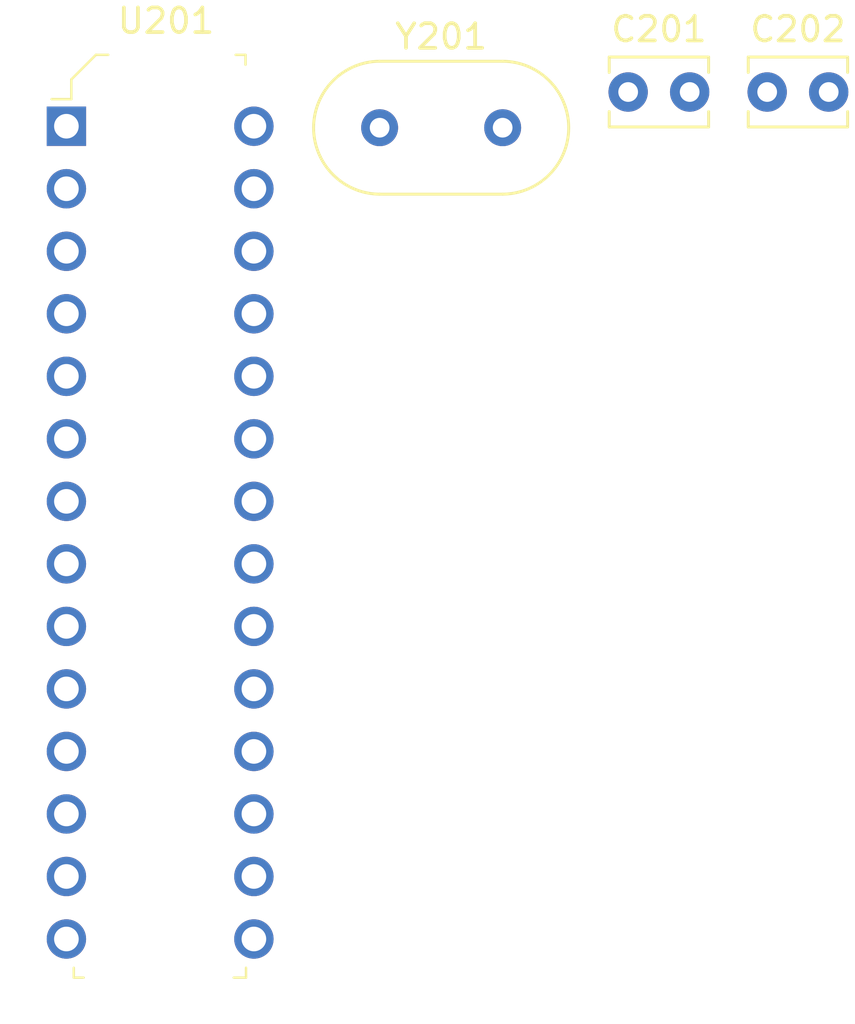
<source format=kicad_pcb>
(kicad_pcb (version 20171130) (host pcbnew "(5.1.10)-1")

  (general
    (thickness 1.6)
    (drawings 0)
    (tracks 0)
    (zones 0)
    (modules 4)
    (nets 27)
  )

  (page A4)
  (layers
    (0 F.Cu signal)
    (31 B.Cu signal)
    (32 B.Adhes user)
    (33 F.Adhes user)
    (34 B.Paste user)
    (35 F.Paste user)
    (36 B.SilkS user)
    (37 F.SilkS user)
    (38 B.Mask user)
    (39 F.Mask user)
    (40 Dwgs.User user)
    (41 Cmts.User user)
    (42 Eco1.User user)
    (43 Eco2.User user)
    (44 Edge.Cuts user)
    (45 Margin user)
    (46 B.CrtYd user)
    (47 F.CrtYd user)
    (48 B.Fab user)
    (49 F.Fab user)
  )

  (setup
    (last_trace_width 0.25)
    (trace_clearance 0.2)
    (zone_clearance 0.508)
    (zone_45_only no)
    (trace_min 0.2)
    (via_size 0.8)
    (via_drill 0.4)
    (via_min_size 0.4)
    (via_min_drill 0.3)
    (uvia_size 0.3)
    (uvia_drill 0.1)
    (uvias_allowed no)
    (uvia_min_size 0.2)
    (uvia_min_drill 0.1)
    (edge_width 0.05)
    (segment_width 0.2)
    (pcb_text_width 0.3)
    (pcb_text_size 1.5 1.5)
    (mod_edge_width 0.12)
    (mod_text_size 1 1)
    (mod_text_width 0.15)
    (pad_size 1.524 1.524)
    (pad_drill 0.762)
    (pad_to_mask_clearance 0)
    (aux_axis_origin 0 0)
    (visible_elements FFFFFF7F)
    (pcbplotparams
      (layerselection 0x010fc_ffffffff)
      (usegerberextensions false)
      (usegerberattributes true)
      (usegerberadvancedattributes true)
      (creategerberjobfile true)
      (excludeedgelayer true)
      (linewidth 0.100000)
      (plotframeref false)
      (viasonmask false)
      (mode 1)
      (useauxorigin false)
      (hpglpennumber 1)
      (hpglpenspeed 20)
      (hpglpendiameter 15.000000)
      (psnegative false)
      (psa4output false)
      (plotreference true)
      (plotvalue true)
      (plotinvisibletext false)
      (padsonsilk false)
      (subtractmaskfromsilk false)
      (outputformat 1)
      (mirror false)
      (drillshape 1)
      (scaleselection 1)
      (outputdirectory ""))
  )

  (net 0 "")
  (net 1 GND)
  (net 2 /Microcontroller/Crystal1)
  (net 3 /Microcontroller/Crystal2)
  (net 4 "Net-(U201-Pad28)")
  (net 5 "Net-(U201-Pad27)")
  (net 6 "Net-(U201-Pad26)")
  (net 7 "Net-(U201-Pad25)")
  (net 8 "Net-(U201-Pad24)")
  (net 9 "Net-(U201-Pad23)")
  (net 10 "Net-(U201-Pad21)")
  (net 11 +5V)
  (net 12 "Net-(U201-Pad19)")
  (net 13 "Net-(U201-Pad18)")
  (net 14 "Net-(U201-Pad17)")
  (net 15 "Net-(U201-Pad16)")
  (net 16 "Net-(U201-Pad15)")
  (net 17 "Net-(U201-Pad14)")
  (net 18 "Net-(U201-Pad13)")
  (net 19 "Net-(U201-Pad12)")
  (net 20 "Net-(U201-Pad11)")
  (net 21 "Net-(U201-Pad6)")
  (net 22 "Net-(U201-Pad5)")
  (net 23 "Net-(U201-Pad4)")
  (net 24 "Net-(U201-Pad3)")
  (net 25 "Net-(U201-Pad2)")
  (net 26 "Net-(U201-Pad1)")

  (net_class Default "This is the default net class."
    (clearance 0.2)
    (trace_width 0.25)
    (via_dia 0.8)
    (via_drill 0.4)
    (uvia_dia 0.3)
    (uvia_drill 0.1)
    (add_net +5V)
    (add_net /Microcontroller/Crystal1)
    (add_net /Microcontroller/Crystal2)
    (add_net GND)
    (add_net "Net-(U201-Pad1)")
    (add_net "Net-(U201-Pad11)")
    (add_net "Net-(U201-Pad12)")
    (add_net "Net-(U201-Pad13)")
    (add_net "Net-(U201-Pad14)")
    (add_net "Net-(U201-Pad15)")
    (add_net "Net-(U201-Pad16)")
    (add_net "Net-(U201-Pad17)")
    (add_net "Net-(U201-Pad18)")
    (add_net "Net-(U201-Pad19)")
    (add_net "Net-(U201-Pad2)")
    (add_net "Net-(U201-Pad21)")
    (add_net "Net-(U201-Pad23)")
    (add_net "Net-(U201-Pad24)")
    (add_net "Net-(U201-Pad25)")
    (add_net "Net-(U201-Pad26)")
    (add_net "Net-(U201-Pad27)")
    (add_net "Net-(U201-Pad28)")
    (add_net "Net-(U201-Pad3)")
    (add_net "Net-(U201-Pad4)")
    (add_net "Net-(U201-Pad5)")
    (add_net "Net-(U201-Pad6)")
  )

  (module Crystal:Resonator-2Pin_W10.0mm_H5.0mm (layer F.Cu) (tedit 5A0FD1B2) (tstamp 61B5845B)
    (at 132.9 66.45)
    (descr "Ceramic Resomator/Filter 10.0x5.0 RedFrequency MG/MT/MX series, http://www.red-frequency.com/download/datenblatt/redfrequency-datenblatt-ir-zta.pdf, length*width=10.0x5.0mm^2 package, package length=10.0mm, package width=5.0mm, 2 pins")
    (tags "THT ceramic resonator filter")
    (path /61B56955/61B5D0B0)
    (fp_text reference Y201 (at 2.5 -3.7) (layer F.SilkS)
      (effects (font (size 1 1) (thickness 0.15)))
    )
    (fp_text value 16MHz (at 2.5 3.7) (layer F.Fab)
      (effects (font (size 1 1) (thickness 0.15)))
    )
    (fp_arc (start 5 0) (end 5 -2.7) (angle 180) (layer F.SilkS) (width 0.12))
    (fp_arc (start 0 0) (end 0 -2.7) (angle -180) (layer F.SilkS) (width 0.12))
    (fp_arc (start 5 0) (end 5 -2.5) (angle 180) (layer F.Fab) (width 0.1))
    (fp_arc (start 0 0) (end 0 -2.5) (angle -180) (layer F.Fab) (width 0.1))
    (fp_arc (start 5 0) (end 5 -2.5) (angle 180) (layer F.Fab) (width 0.1))
    (fp_arc (start 0 0) (end 0 -2.5) (angle -180) (layer F.Fab) (width 0.1))
    (fp_text user %R (at 2.5 0) (layer F.Fab)
      (effects (font (size 1 1) (thickness 0.15)))
    )
    (fp_line (start 0 -2.5) (end 5 -2.5) (layer F.Fab) (width 0.1))
    (fp_line (start 0 2.5) (end 5 2.5) (layer F.Fab) (width 0.1))
    (fp_line (start 0 -2.5) (end 5 -2.5) (layer F.Fab) (width 0.1))
    (fp_line (start 0 2.5) (end 5 2.5) (layer F.Fab) (width 0.1))
    (fp_line (start 0 -2.7) (end 5 -2.7) (layer F.SilkS) (width 0.12))
    (fp_line (start 0 2.7) (end 5 2.7) (layer F.SilkS) (width 0.12))
    (fp_line (start -3 -3) (end -3 3) (layer F.CrtYd) (width 0.05))
    (fp_line (start -3 3) (end 8 3) (layer F.CrtYd) (width 0.05))
    (fp_line (start 8 3) (end 8 -3) (layer F.CrtYd) (width 0.05))
    (fp_line (start 8 -3) (end -3 -3) (layer F.CrtYd) (width 0.05))
    (pad 2 thru_hole circle (at 5 0) (size 1.5 1.5) (drill 0.8) (layers *.Cu *.Mask)
      (net 3 /Microcontroller/Crystal2))
    (pad 1 thru_hole circle (at 0 0) (size 1.5 1.5) (drill 0.8) (layers *.Cu *.Mask)
      (net 2 /Microcontroller/Crystal1))
    (model ${KICAD6_3DMODEL_DIR}/Crystal.3dshapes/Resonator-2Pin_W10.0mm_H5.0mm.wrl
      (at (xyz 0 0 0))
      (scale (xyz 1 1 1))
      (rotate (xyz 0 0 0))
    )
  )

  (module digikey-footprints:DIP-28_W7.62mm (layer F.Cu) (tedit 59C2773E) (tstamp 61B58444)
    (at 120.17 66.39)
    (descr http://www.digikey.com/products/en?formaction=on&lang=en&site=us&KeyWords=296-1956-5-ND)
    (path /61B56955/61B56E08)
    (fp_text reference U201 (at 4.05 -4.28) (layer F.SilkS)
      (effects (font (size 1 1) (thickness 0.15)))
    )
    (fp_text value ATMEGA328P-PU (at 3.76 35.65) (layer F.Fab)
      (effects (font (size 1 1) (thickness 0.15)))
    )
    (fp_text user REF** (at 3.63 12.31) (layer F.Fab)
      (effects (font (size 1 1) (thickness 0.1)))
    )
    (fp_line (start 7.3 34.19) (end 7.3 34.59) (layer F.SilkS) (width 0.1))
    (fp_line (start 7.3 34.59) (end 6.8 34.59) (layer F.SilkS) (width 0.1))
    (fp_line (start 0.3 34.19) (end 0.3 34.59) (layer F.SilkS) (width 0.1))
    (fp_line (start 0.3 34.59) (end 0.7 34.59) (layer F.SilkS) (width 0.1))
    (fp_line (start -1.05 34.65) (end 8.68 34.65) (layer F.CrtYd) (width 0.05))
    (fp_line (start -1.05 -2.94) (end 8.67 -2.94) (layer F.CrtYd) (width 0.05))
    (fp_line (start 8.67 -2.94) (end 8.68 34.65) (layer F.CrtYd) (width 0.05))
    (fp_line (start -1.05 -2.94) (end -1.05 34.65) (layer F.CrtYd) (width 0.05))
    (fp_line (start 0.2 -1.1) (end -0.6 -1.1) (layer F.SilkS) (width 0.1))
    (fp_line (start 1.7 -2.9) (end 1.2 -2.9) (layer F.SilkS) (width 0.1))
    (fp_line (start 1.2 -2.9) (end 0.2 -1.9) (layer F.SilkS) (width 0.1))
    (fp_line (start 0.2 -1.9) (end 0.2 -1.1) (layer F.SilkS) (width 0.1))
    (fp_line (start 0.48 34.4) (end 7.08 34.4) (layer F.Fab) (width 0.1))
    (fp_line (start 7.28 -2.5) (end 7.28 -2.9) (layer F.SilkS) (width 0.1))
    (fp_line (start 7.28 -2.9) (end 6.88 -2.9) (layer F.SilkS) (width 0.1))
    (fp_line (start 0.48 -1.79) (end 0.48 34.4) (layer F.Fab) (width 0.1))
    (fp_line (start 1.38 -2.69) (end 7.08 -2.69) (layer F.Fab) (width 0.1))
    (fp_line (start 0.48 -1.79) (end 1.38 -2.69) (layer F.Fab) (width 0.1))
    (fp_line (start 7.08 -2.69) (end 7.08 34.4) (layer F.Fab) (width 0.1))
    (pad 28 thru_hole circle (at 7.62 0) (size 1.6 1.6) (drill 1) (layers *.Cu *.Mask)
      (net 4 "Net-(U201-Pad28)"))
    (pad 27 thru_hole circle (at 7.62 2.54) (size 1.6 1.6) (drill 1) (layers *.Cu *.Mask)
      (net 5 "Net-(U201-Pad27)"))
    (pad 26 thru_hole circle (at 7.62 5.08) (size 1.6 1.6) (drill 1) (layers *.Cu *.Mask)
      (net 6 "Net-(U201-Pad26)"))
    (pad 25 thru_hole circle (at 7.62 7.62) (size 1.6 1.6) (drill 1) (layers *.Cu *.Mask)
      (net 7 "Net-(U201-Pad25)"))
    (pad 24 thru_hole circle (at 7.62 10.16) (size 1.6 1.6) (drill 1) (layers *.Cu *.Mask)
      (net 8 "Net-(U201-Pad24)"))
    (pad 23 thru_hole circle (at 7.62 12.7) (size 1.6 1.6) (drill 1) (layers *.Cu *.Mask)
      (net 9 "Net-(U201-Pad23)"))
    (pad 22 thru_hole circle (at 7.62 15.24) (size 1.6 1.6) (drill 1) (layers *.Cu *.Mask)
      (net 1 GND))
    (pad 21 thru_hole circle (at 7.62 17.78) (size 1.6 1.6) (drill 1) (layers *.Cu *.Mask)
      (net 10 "Net-(U201-Pad21)"))
    (pad 20 thru_hole circle (at 7.62 20.32) (size 1.6 1.6) (drill 1) (layers *.Cu *.Mask)
      (net 11 +5V))
    (pad 19 thru_hole circle (at 7.62 22.86) (size 1.6 1.6) (drill 1) (layers *.Cu *.Mask)
      (net 12 "Net-(U201-Pad19)"))
    (pad 18 thru_hole circle (at 7.62 25.4) (size 1.6 1.6) (drill 1) (layers *.Cu *.Mask)
      (net 13 "Net-(U201-Pad18)"))
    (pad 17 thru_hole circle (at 7.62 27.94) (size 1.6 1.6) (drill 1) (layers *.Cu *.Mask)
      (net 14 "Net-(U201-Pad17)"))
    (pad 16 thru_hole circle (at 7.62 30.48) (size 1.6 1.6) (drill 1) (layers *.Cu *.Mask)
      (net 15 "Net-(U201-Pad16)"))
    (pad 15 thru_hole circle (at 7.62 33.02) (size 1.6 1.6) (drill 1) (layers *.Cu *.Mask)
      (net 16 "Net-(U201-Pad15)"))
    (pad 14 thru_hole circle (at 0 33.02) (size 1.6 1.6) (drill 1) (layers *.Cu *.Mask)
      (net 17 "Net-(U201-Pad14)"))
    (pad 13 thru_hole circle (at 0 30.48) (size 1.6 1.6) (drill 1) (layers *.Cu *.Mask)
      (net 18 "Net-(U201-Pad13)"))
    (pad 12 thru_hole circle (at 0 27.94) (size 1.6 1.6) (drill 1) (layers *.Cu *.Mask)
      (net 19 "Net-(U201-Pad12)"))
    (pad 11 thru_hole circle (at 0 25.4) (size 1.6 1.6) (drill 1) (layers *.Cu *.Mask)
      (net 20 "Net-(U201-Pad11)"))
    (pad 10 thru_hole circle (at 0 22.86) (size 1.6 1.6) (drill 1) (layers *.Cu *.Mask)
      (net 3 /Microcontroller/Crystal2))
    (pad 9 thru_hole circle (at 0 20.32) (size 1.6 1.6) (drill 1) (layers *.Cu *.Mask)
      (net 2 /Microcontroller/Crystal1))
    (pad 8 thru_hole circle (at 0 17.78) (size 1.6 1.6) (drill 1) (layers *.Cu *.Mask)
      (net 1 GND))
    (pad 7 thru_hole circle (at 0 15.24) (size 1.6 1.6) (drill 1) (layers *.Cu *.Mask)
      (net 11 +5V))
    (pad 6 thru_hole circle (at 0 12.7) (size 1.6 1.6) (drill 1) (layers *.Cu *.Mask)
      (net 21 "Net-(U201-Pad6)"))
    (pad 5 thru_hole circle (at 0 10.16) (size 1.6 1.6) (drill 1) (layers *.Cu *.Mask)
      (net 22 "Net-(U201-Pad5)"))
    (pad 4 thru_hole circle (at 0 7.62) (size 1.6 1.6) (drill 1) (layers *.Cu *.Mask)
      (net 23 "Net-(U201-Pad4)"))
    (pad 3 thru_hole circle (at 0 5.08) (size 1.6 1.6) (drill 1) (layers *.Cu *.Mask)
      (net 24 "Net-(U201-Pad3)"))
    (pad 2 thru_hole circle (at 0 2.54) (size 1.6 1.6) (drill 1) (layers *.Cu *.Mask)
      (net 25 "Net-(U201-Pad2)"))
    (pad 1 thru_hole rect (at 0 0) (size 1.6 1.6) (drill 1) (layers *.Cu *.Mask)
      (net 26 "Net-(U201-Pad1)"))
  )

  (module Capacitor_THT:C_Disc_D3.8mm_W2.6mm_P2.50mm (layer F.Cu) (tedit 5AE50EF0) (tstamp 61B58410)
    (at 148.65 65)
    (descr "C, Disc series, Radial, pin pitch=2.50mm, , diameter*width=3.8*2.6mm^2, Capacitor, http://www.vishay.com/docs/45233/krseries.pdf")
    (tags "C Disc series Radial pin pitch 2.50mm  diameter 3.8mm width 2.6mm Capacitor")
    (path /61B56955/61B5E67D)
    (fp_text reference C202 (at 1.25 -2.55) (layer F.SilkS)
      (effects (font (size 1 1) (thickness 0.15)))
    )
    (fp_text value 18pF (at 1.25 2.55) (layer F.Fab)
      (effects (font (size 1 1) (thickness 0.15)))
    )
    (fp_text user %R (at 1.25 0) (layer F.Fab)
      (effects (font (size 0.76 0.76) (thickness 0.114)))
    )
    (fp_line (start -0.65 -1.3) (end -0.65 1.3) (layer F.Fab) (width 0.1))
    (fp_line (start -0.65 1.3) (end 3.15 1.3) (layer F.Fab) (width 0.1))
    (fp_line (start 3.15 1.3) (end 3.15 -1.3) (layer F.Fab) (width 0.1))
    (fp_line (start 3.15 -1.3) (end -0.65 -1.3) (layer F.Fab) (width 0.1))
    (fp_line (start -0.77 -1.42) (end 3.27 -1.42) (layer F.SilkS) (width 0.12))
    (fp_line (start -0.77 1.42) (end 3.27 1.42) (layer F.SilkS) (width 0.12))
    (fp_line (start -0.77 -1.42) (end -0.77 -0.795) (layer F.SilkS) (width 0.12))
    (fp_line (start -0.77 0.795) (end -0.77 1.42) (layer F.SilkS) (width 0.12))
    (fp_line (start 3.27 -1.42) (end 3.27 -0.795) (layer F.SilkS) (width 0.12))
    (fp_line (start 3.27 0.795) (end 3.27 1.42) (layer F.SilkS) (width 0.12))
    (fp_line (start -1.05 -1.55) (end -1.05 1.55) (layer F.CrtYd) (width 0.05))
    (fp_line (start -1.05 1.55) (end 3.55 1.55) (layer F.CrtYd) (width 0.05))
    (fp_line (start 3.55 1.55) (end 3.55 -1.55) (layer F.CrtYd) (width 0.05))
    (fp_line (start 3.55 -1.55) (end -1.05 -1.55) (layer F.CrtYd) (width 0.05))
    (pad 2 thru_hole circle (at 2.5 0) (size 1.6 1.6) (drill 0.8) (layers *.Cu *.Mask)
      (net 1 GND))
    (pad 1 thru_hole circle (at 0 0) (size 1.6 1.6) (drill 0.8) (layers *.Cu *.Mask)
      (net 3 /Microcontroller/Crystal2))
    (model ${KICAD6_3DMODEL_DIR}/Capacitor_THT.3dshapes/C_Disc_D3.8mm_W2.6mm_P2.50mm.wrl
      (at (xyz 0 0 0))
      (scale (xyz 1 1 1))
      (rotate (xyz 0 0 0))
    )
  )

  (module Capacitor_THT:C_Disc_D3.8mm_W2.6mm_P2.50mm (layer F.Cu) (tedit 5AE50EF0) (tstamp 61B583FB)
    (at 143 65)
    (descr "C, Disc series, Radial, pin pitch=2.50mm, , diameter*width=3.8*2.6mm^2, Capacitor, http://www.vishay.com/docs/45233/krseries.pdf")
    (tags "C Disc series Radial pin pitch 2.50mm  diameter 3.8mm width 2.6mm Capacitor")
    (path /61B56955/61B5EBA7)
    (fp_text reference C201 (at 1.25 -2.55) (layer F.SilkS)
      (effects (font (size 1 1) (thickness 0.15)))
    )
    (fp_text value 18pF (at 1.25 2.55) (layer F.Fab)
      (effects (font (size 1 1) (thickness 0.15)))
    )
    (fp_text user %R (at 1.25 0) (layer F.Fab)
      (effects (font (size 0.76 0.76) (thickness 0.114)))
    )
    (fp_line (start -0.65 -1.3) (end -0.65 1.3) (layer F.Fab) (width 0.1))
    (fp_line (start -0.65 1.3) (end 3.15 1.3) (layer F.Fab) (width 0.1))
    (fp_line (start 3.15 1.3) (end 3.15 -1.3) (layer F.Fab) (width 0.1))
    (fp_line (start 3.15 -1.3) (end -0.65 -1.3) (layer F.Fab) (width 0.1))
    (fp_line (start -0.77 -1.42) (end 3.27 -1.42) (layer F.SilkS) (width 0.12))
    (fp_line (start -0.77 1.42) (end 3.27 1.42) (layer F.SilkS) (width 0.12))
    (fp_line (start -0.77 -1.42) (end -0.77 -0.795) (layer F.SilkS) (width 0.12))
    (fp_line (start -0.77 0.795) (end -0.77 1.42) (layer F.SilkS) (width 0.12))
    (fp_line (start 3.27 -1.42) (end 3.27 -0.795) (layer F.SilkS) (width 0.12))
    (fp_line (start 3.27 0.795) (end 3.27 1.42) (layer F.SilkS) (width 0.12))
    (fp_line (start -1.05 -1.55) (end -1.05 1.55) (layer F.CrtYd) (width 0.05))
    (fp_line (start -1.05 1.55) (end 3.55 1.55) (layer F.CrtYd) (width 0.05))
    (fp_line (start 3.55 1.55) (end 3.55 -1.55) (layer F.CrtYd) (width 0.05))
    (fp_line (start 3.55 -1.55) (end -1.05 -1.55) (layer F.CrtYd) (width 0.05))
    (pad 2 thru_hole circle (at 2.5 0) (size 1.6 1.6) (drill 0.8) (layers *.Cu *.Mask)
      (net 1 GND))
    (pad 1 thru_hole circle (at 0 0) (size 1.6 1.6) (drill 0.8) (layers *.Cu *.Mask)
      (net 2 /Microcontroller/Crystal1))
    (model ${KICAD6_3DMODEL_DIR}/Capacitor_THT.3dshapes/C_Disc_D3.8mm_W2.6mm_P2.50mm.wrl
      (at (xyz 0 0 0))
      (scale (xyz 1 1 1))
      (rotate (xyz 0 0 0))
    )
  )

)

</source>
